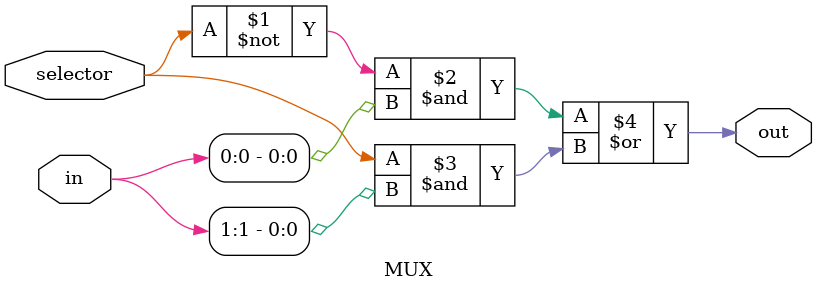
<source format=v>
`timescale 10ns / 10ps
module MUX(in,selector,out);
input wire [1:0]in;
input wire selector;
output wire out;

assign out = ~selector&in[0] | selector&in[1];
endmodule

</source>
